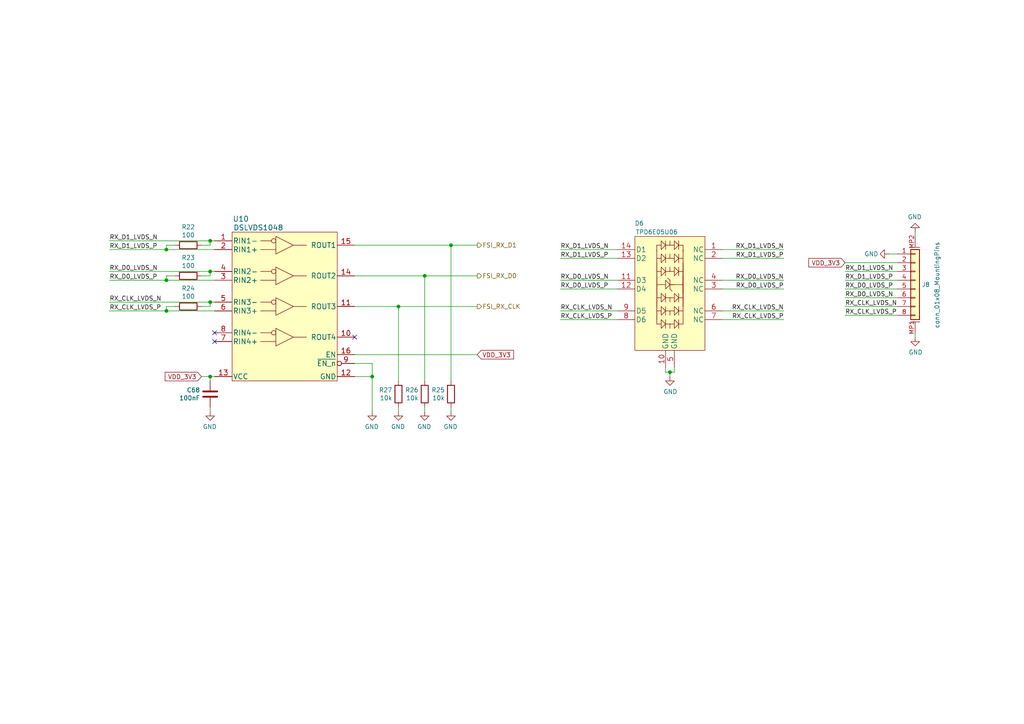
<source format=kicad_sch>
(kicad_sch (version 20211123) (generator eeschema)
  (paper "A4")
  (title_block (title "Open MOtor DRiver Initiative (OMODRI)") (date "2022-10-05") (rev "2.0") (company "LAAS/CNRS"))
  (lib_symbols
    (symbol "Device:C" (pin_numbers hide) (pin_names (offset 0.254))
      (property "Reference" "C" (at 0.635 2.54 0))
      (property "Value" "C" (at 0.635 -2.54 0))
      (symbol "C_0_1"
        (polyline (pts (xy -2.032 -0.762) (xy 2.032 -0.762)) (stroke (width 0.508)))
        (polyline (pts (xy -2.032 0.762) (xy 2.032 0.762)) (stroke (width 0.508)))
      )
      (symbol "C_1_1"
        (pin passive line (at 0 3.81 270) (length 2.794) (name "~") (number "1"))
        (pin passive line (at 0 -3.81 90) (length 2.794) (name "~") (number "2"))
      )
    )
    (symbol "Device:R" (pin_numbers hide) (pin_names (offset 0))
      (property "Reference" "R" (at 2.032 0 90))
      (property "Value" "R" (at 0 0 90))
      (symbol "R_0_1"
        (rectangle (start -1.016 -2.54) (end 1.016 2.54) (stroke (width 0.254)))
      )
      (symbol "R_1_1"
        (pin passive line (at 0 3.81 270) (length 1.27) (name "~") (number "1"))
        (pin passive line (at 0 -3.81 90) (length 1.27) (name "~") (number "2"))
      )
    )
    (symbol "omodri_lib:DSLVDS1048PWR" (pin_names (offset 0.254))
      (property "Reference" "U" (at -15.24 26.67 0))
      (property "Value" "DSLVDS1048PWR" (at -6.35 24.13 0))
      (property "Datasheet" "https://www.ti.com/lit/ds/symlink/dslvds1048.pdf" (at 0 0 0))
      (symbol "DSLVDS1048PWR_0_1"
        (rectangle (start -15.24 22.86) (end 15.24 -20.32) (fill (type background)))
        (polyline (pts (xy 2.54 21.59) (xy 2.54 16.51)))
        (polyline (pts (xy 2.54 21.59) (xy -2.54 19.05) (xy 2.54 16.51) (xy -2.54 19.05) (xy -6.35 19.05)))
      )
      (symbol "DSLVDS1048PWR_1_1"
        (polyline (pts (xy 2.54 -8.89) (xy 6.985 -8.89)))
        (polyline (pts (xy 2.54 -5.08) (xy 2.54 -10.16)))
        (polyline (pts (xy 2.54 0) (xy 6.985 0)))
        (polyline (pts (xy 2.54 3.81) (xy 2.54 -1.27)))
        (polyline (pts (xy 2.54 8.89) (xy 6.985 8.89)))
        (polyline (pts (xy 2.54 12.7) (xy 2.54 7.62)))
        (polyline (pts (xy 2.54 17.78) (xy 6.985 17.78)))
        (polyline (pts (xy 3.81 -6.35) (xy 6.985 -6.35)))
        (polyline (pts (xy 3.81 2.54) (xy 6.985 2.54)))
        (polyline (pts (xy 3.81 11.43) (xy 6.985 11.43)))
        (polyline (pts (xy 3.81 20.32) (xy 6.985 20.32)))
        (polyline (pts (xy 2.54 -5.08) (xy -2.54 -7.62) (xy 2.54 -10.16) (xy -2.54 -7.62) (xy -6.35 -7.62)))
        (polyline (pts (xy 2.54 3.81) (xy -2.54 1.27) (xy 2.54 -1.27) (xy -2.54 1.27) (xy -6.35 1.27)))
        (polyline (pts (xy 2.54 12.7) (xy -2.54 10.16) (xy 2.54 7.62) (xy -2.54 10.16) (xy -6.35 10.16)))
        (circle (center 3.175 -6.35) (radius 0.635))
        (circle (center 3.175 2.54) (radius 0.635))
        (circle (center 3.175 11.43) (radius 0.635))
        (circle (center 3.175 20.32) (radius 0.635))
        (pin input line (at 20.32 20.32 180) (length 5.08) (name "RIN1-") (number "1"))
        (pin output line (at -20.32 -7.62 0) (length 5.08) (name "ROUT4") (number "10"))
        (pin output line (at -20.32 1.27 0) (length 5.08) (name "ROUT3") (number "11"))
        (pin power_in line (at -20.32 -19.05 0) (length 5.08) (name "GND") (number "12"))
        (pin power_in line (at 20.32 -19.05 180) (length 5.08) (name "VCC") (number "13"))
        (pin output line (at -20.32 10.16 0) (length 5.08) (name "ROUT2") (number "14"))
        (pin output line (at -20.32 19.05 0) (length 5.08) (name "ROUT1") (number "15"))
        (pin input line (at -20.32 -12.7 0) (length 5.08) (name "EN") (number "16"))
        (pin input line (at 20.32 17.78 180) (length 5.08) (name "RIN1+") (number "2"))
        (pin input line (at 20.32 8.89 180) (length 5.08) (name "RIN2+") (number "3"))
        (pin input line (at 20.32 11.43 180) (length 5.08) (name "RIN2-") (number "4"))
        (pin input line (at 20.32 2.54 180) (length 5.08) (name "RIN3-") (number "5"))
        (pin input line (at 20.32 0 180) (length 5.08) (name "RIN3+") (number "6"))
        (pin input line (at 20.32 -8.89 180) (length 5.08) (name "RIN4+") (number "7"))
        (pin input line (at 20.32 -6.35 180) (length 5.08) (name "RIN4-") (number "8"))
        (pin input inverted (at -20.32 -15.24 0) (length 5.08) (name "~{EN_n}") (number "9"))
      )
    )
    (symbol "omodri_lib:TPD6E05U06" (pin_names (offset 0.254))
      (property "Reference" "D" (at -7.62 17.78 0))
      (property "Value" "TPD6E05U06" (at -2.54 15.24 0))
      (symbol "TPD6E05U06_0_1"
        (polyline (pts (xy -3.81 11.43) (xy -3.81 9.525)))
        (polyline (pts (xy 0 -1.27) (xy 0.635 -1.905)))
        (polyline (pts (xy 0 1.27) (xy -0.635 1.905)))
        (polyline (pts (xy 3.81 -10.16) (xy 3.81 -11.43)))
        (polyline (pts (xy 3.81 11.43) (xy 3.81 9.525)))
        (polyline (pts (xy -2.54 0) (xy -3.81 0) (xy -3.81 -11.43)))
        (polyline (pts (xy 1.27 0) (xy 3.81 0) (xy 0 0)))
      )
      (symbol "TPD6E05U06_1_1"
        (polyline (pts (xy -3.81 2.54) (xy -3.81 -10.16)))
        (polyline (pts (xy -3.81 6.35) (xy -3.81 -6.35)))
        (polyline (pts (xy -3.81 10.16) (xy -3.81 -2.54)))
        (polyline (pts (xy 0 -11.43) (xy 0 -12.7)))
        (polyline (pts (xy 0 -7.62) (xy 0 -8.89)))
        (polyline (pts (xy 0 -3.81) (xy 0 -5.08)))
        (polyline (pts (xy 0 3.81) (xy 0 5.08)))
        (polyline (pts (xy 0 7.62) (xy 0 8.89)))
        (polyline (pts (xy 0 11.43) (xy 0 12.7)))
        (polyline (pts (xy 3.81 2.54) (xy 3.81 -10.16)))
        (polyline (pts (xy 3.81 6.35) (xy 3.81 -6.35)))
        (polyline (pts (xy 3.81 10.16) (xy 3.81 -2.54)))
        (polyline (pts (xy 0 -11.43) (xy -1.27 -11.43) (xy -1.27 -10.16) (xy -1.27 -12.7) (xy -1.27 -11.43) (xy -2.54 -10.16) (xy -2.54 -12.7) (xy -1.27 -11.43) (xy -2.54 -12.7) (xy -2.54 -11.43) (xy -3.81 -11.43)))
        (polyline (pts (xy 0 -7.62) (xy -1.27 -7.62) (xy -1.27 -6.35) (xy -1.27 -8.89) (xy -1.27 -7.62) (xy -2.54 -6.35) (xy -2.54 -8.89) (xy -1.27 -7.62) (xy -2.54 -8.89) (xy -2.54 -7.62) (xy -3.81 -7.62)))
        (polyline (pts (xy 0 -3.81) (xy -1.27 -3.81) (xy -1.27 -2.54) (xy -1.27 -5.08) (xy -1.27 -3.81) (xy -2.54 -2.54) (xy -2.54 -5.08) (xy -1.27 -3.81) (xy -2.54 -5.08) (xy -2.54 -3.81) (xy -3.81 -3.81)))
        (polyline (pts (xy 0 3.81) (xy -1.27 3.81) (xy -1.27 5.08) (xy -1.27 2.54) (xy -1.27 3.81) (xy -2.54 5.08) (xy -2.54 2.54) (xy -1.27 3.81) (xy -2.54 2.54) (xy -2.54 3.81) (xy -3.81 3.81)))
        (polyline (pts (xy 0 7.62) (xy -1.27 7.62) (xy -1.27 8.89) (xy -1.27 6.35) (xy -1.27 7.62) (xy -2.54 8.89) (xy -2.54 6.35) (xy -1.27 7.62) (xy -2.54 6.35) (xy -2.54 7.62) (xy -3.81 7.62)))
        (polyline (pts (xy 0 11.43) (xy -1.27 11.43) (xy -1.27 12.7) (xy -1.27 10.16) (xy -1.27 11.43) (xy -2.54 12.7) (xy -2.54 10.16) (xy -1.27 11.43) (xy -2.54 10.16) (xy -2.54 11.43) (xy -3.81 11.43)))
        (polyline (pts (xy 1.27 0) (xy 0 0) (xy 0 1.27) (xy 0 -1.27) (xy 0 0) (xy -1.27 1.27) (xy -1.27 -1.27) (xy 0 0) (xy -1.27 -1.27) (xy -1.27 0) (xy -2.54 0)))
        (polyline (pts (xy 3.81 -11.43) (xy 2.54 -11.43) (xy 2.54 -10.16) (xy 2.54 -12.7) (xy 2.54 -11.43) (xy 1.27 -10.16) (xy 1.27 -12.7) (xy 2.54 -11.43) (xy 1.27 -12.7) (xy 1.27 -11.43) (xy 0 -11.43)))
        (polyline (pts (xy 3.81 -7.62) (xy 2.54 -7.62) (xy 2.54 -6.35) (xy 2.54 -8.89) (xy 2.54 -7.62) (xy 1.27 -6.35) (xy 1.27 -8.89) (xy 2.54 -7.62) (xy 1.27 -8.89) (xy 1.27 -7.62) (xy 0 -7.62)))
        (polyline (pts (xy 3.81 -3.81) (xy 2.54 -3.81) (xy 2.54 -2.54) (xy 2.54 -5.08) (xy 2.54 -3.81) (xy 1.27 -2.54) (xy 1.27 -5.08) (xy 2.54 -3.81) (xy 1.27 -5.08) (xy 1.27 -3.81) (xy 0 -3.81)))
        (polyline (pts (xy 3.81 3.81) (xy 2.54 3.81) (xy 2.54 5.08) (xy 2.54 2.54) (xy 2.54 3.81) (xy 1.27 5.08) (xy 1.27 2.54) (xy 2.54 3.81) (xy 1.27 2.54) (xy 1.27 3.81) (xy 0 3.81)))
        (polyline (pts (xy 3.81 7.62) (xy 2.54 7.62) (xy 2.54 8.89) (xy 2.54 6.35) (xy 2.54 7.62) (xy 1.27 8.89) (xy 1.27 6.35) (xy 2.54 7.62) (xy 1.27 6.35) (xy 1.27 7.62) (xy 0 7.62)))
        (polyline (pts (xy 3.81 11.43) (xy 2.54 11.43) (xy 2.54 12.7) (xy 2.54 10.16) (xy 2.54 11.43) (xy 1.27 12.7) (xy 1.27 10.16) (xy 2.54 11.43) (xy 1.27 10.16) (xy 1.27 11.43) (xy 0 11.43)))
        (rectangle (start 10.16 13.97) (end -10.16 -19.05) (fill (type background)))
        (pin bidirectional line (at 15.24 10.16 180) (length 5.08) (name "NC") (number "1"))
        (pin power_in line (at -1.27 -24.13 90) (length 5.08) (name "GND") (number "10"))
        (pin bidirectional line (at -15.24 1.27 0) (length 5.08) (name "D3") (number "11"))
        (pin bidirectional line (at -15.24 -1.27 0) (length 5.08) (name "D4") (number "12"))
        (pin bidirectional line (at -15.24 7.62 0) (length 5.08) (name "D2") (number "13"))
        (pin bidirectional line (at -15.24 10.16 0) (length 5.08) (name "D1") (number "14"))
        (pin bidirectional line (at 15.24 7.62 180) (length 5.08) (name "NC") (number "2"))
        (pin bidirectional line (at 15.24 -1.27 180) (length 5.08) (name "NC") (number "3"))
        (pin bidirectional line (at 15.24 1.27 180) (length 5.08) (name "NC") (number "4"))
        (pin power_in line (at 1.27 -24.13 90) (length 5.08) (name "GND") (number "5"))
        (pin bidirectional line (at 15.24 -7.62 180) (length 5.08) (name "NC") (number "6"))
        (pin bidirectional line (at 15.24 -10.16 180) (length 5.08) (name "NC") (number "7"))
        (pin bidirectional line (at -15.24 -10.16 0) (length 5.08) (name "D6") (number "8"))
        (pin bidirectional line (at -15.24 -7.62 0) (length 5.08) (name "D5") (number "9"))
      )
    )
    (symbol "omodri_lib:conn_01x08_MountingPins" (pin_names hide)
      (property "Reference" "J" (at 10.795 -1.905 0))
      (property "Value" "conn_01x08_MountingPins" (at 14.605 1.905 0))
      (symbol "conn_01x08_MountingPins_1_1"
        (rectangle (start -1.27 -8.763) (end 0 -9.017) (stroke (width 0.1524)))
        (rectangle (start -1.27 -6.223) (end 0 -6.477) (stroke (width 0.1524)))
        (rectangle (start -1.27 -3.683) (end 0 -3.937) (stroke (width 0.1524)))
        (rectangle (start -1.27 -1.143) (end 0 -1.397) (stroke (width 0.1524)))
        (rectangle (start -1.27 1.397) (end 0 1.143) (stroke (width 0.1524)))
        (rectangle (start -1.27 3.937) (end 0 3.683) (stroke (width 0.1524)))
        (rectangle (start -1.27 6.477) (end 0 6.223) (stroke (width 0.1524)))
        (rectangle (start -1.27 9.017) (end 0 8.763) (stroke (width 0.1524)))
        (rectangle (start -1.27 10.16) (end 1.27 -10.16) (stroke (width 0.254)) (fill (type background)))
        (polyline (pts (xy -1.27 -10.795) (xy 1.397 -10.795)) (stroke (width 0.1524)))
        (polyline (pts (xy -1.27 10.795) (xy 1.397 10.795)) (stroke (width 0.1524)))
        (pin passive line (at -5.08 8.89 0) (length 3.81) (name "Pin_1") (number "1"))
        (pin passive line (at -5.08 6.35 0) (length 3.81) (name "Pin_2") (number "2"))
        (pin passive line (at -5.08 3.81 0) (length 3.81) (name "Pin_3") (number "3"))
        (pin passive line (at -5.08 1.27 0) (length 3.81) (name "Pin_4") (number "4"))
        (pin passive line (at -5.08 -1.27 0) (length 3.81) (name "Pin_5") (number "5"))
        (pin passive line (at -5.08 -3.81 0) (length 3.81) (name "Pin_6") (number "6"))
        (pin passive line (at -5.08 -6.35 0) (length 3.81) (name "Pin_7") (number "7"))
        (pin passive line (at -5.08 -8.89 0) (length 3.81) (name "Pin_8") (number "8"))
        (pin passive line (at 0 -13.97 90) (length 3.048) (name "MountPin1") (number "MP1"))
        (pin passive line (at 0 13.97 270) (length 3.048) (name "MountPin2") (number "MP2"))
      )
    )
    (symbol "power:GND" (power) (pin_names (offset 0))
      (property "Value" "GND" (at 0 -3.81 0))
      (symbol "GND_0_1"
        (polyline (pts (xy 0 0) (xy 0 -1.27) (xy 1.27 -1.27) (xy 0 -2.54) (xy -1.27 -1.27) (xy 0 -1.27)))
      )
      (symbol "GND_1_1"
        (pin power_in line (at 0 0 270) (length 0) hide (name "GND") (number "1"))
      )
    )
  )
  (junction (at 60.96 87.63))
  (junction (at 194.31 107.95))
  (junction (at 115.57 88.9))
  (junction (at 48.26 81.28))
  (junction (at 123.19 80.01))
  (junction (at 60.96 78.74))
  (junction (at 60.96 69.85))
  (junction (at 130.81 71.12))
  (junction (at 48.26 90.17))
  (junction (at 107.95 109.22))
  (junction (at 60.96 109.22))
  (junction (at 48.26 72.39))
  (no_connect (at 102.87 97.79))
  (no_connect (at 62.23 96.52))
  (no_connect (at 62.23 99.06))
  (wire (pts (xy 209.55 74.93) (xy 227.33 74.93)))
  (wire (pts (xy 162.56 74.93) (xy 179.07 74.93)))
  (wire (pts (xy 48.26 81.28) (xy 31.75 81.28)))
  (wire (pts (xy 138.43 80.01) (xy 123.19 80.01)))
  (wire (pts (xy 60.96 88.9) (xy 60.96 87.63)))
  (wire (pts (xy 195.58 107.95) (xy 195.58 106.68)))
  (wire (pts (xy 245.11 81.28) (xy 260.35 81.28)))
  (wire (pts (xy 123.19 110.49) (xy 123.19 80.01)))
  (wire (pts (xy 245.11 78.74) (xy 260.35 78.74)))
  (wire (pts (xy 62.23 72.39) (xy 48.26 72.39)))
  (wire (pts (xy 130.81 71.12) (xy 102.87 71.12)))
  (wire (pts (xy 60.96 109.22) (xy 58.42 109.22)))
  (wire (pts (xy 62.23 90.17) (xy 48.26 90.17)))
  (wire (pts (xy 50.8 71.12) (xy 48.26 71.12)))
  (wire (pts (xy 194.31 109.22) (xy 194.31 107.95)))
  (wire (pts (xy 209.55 72.39) (xy 227.33 72.39)))
  (wire (pts (xy 194.31 107.95) (xy 195.58 107.95)))
  (wire (pts (xy 60.96 109.22) (xy 62.23 109.22)))
  (wire (pts (xy 48.26 72.39) (xy 31.75 72.39)))
  (wire (pts (xy 115.57 88.9) (xy 115.57 110.49)))
  (wire (pts (xy 60.96 87.63) (xy 31.75 87.63)))
  (wire (pts (xy 260.35 73.66) (xy 257.81 73.66)))
  (wire (pts (xy 123.19 118.11) (xy 123.19 119.38)))
  (wire (pts (xy 62.23 69.85) (xy 60.96 69.85)))
  (wire (pts (xy 209.55 83.82) (xy 227.33 83.82)))
  (wire (pts (xy 62.23 81.28) (xy 48.26 81.28)))
  (wire (pts (xy 138.43 102.87) (xy 102.87 102.87)))
  (wire (pts (xy 115.57 118.11) (xy 115.57 119.38)))
  (wire (pts (xy 245.11 83.82) (xy 260.35 83.82)))
  (wire (pts (xy 162.56 72.39) (xy 179.07 72.39)))
  (wire (pts (xy 107.95 109.22) (xy 102.87 109.22)))
  (wire (pts (xy 50.8 88.9) (xy 48.26 88.9)))
  (wire (pts (xy 107.95 105.41) (xy 102.87 105.41)))
  (wire (pts (xy 107.95 105.41) (xy 107.95 109.22)))
  (wire (pts (xy 48.26 80.01) (xy 48.26 81.28)))
  (wire (pts (xy 138.43 71.12) (xy 130.81 71.12)))
  (wire (pts (xy 162.56 90.17) (xy 179.07 90.17)))
  (wire (pts (xy 130.81 119.38) (xy 130.81 118.11)))
  (wire (pts (xy 245.11 91.44) (xy 260.35 91.44)))
  (wire (pts (xy 162.56 81.28) (xy 179.07 81.28)))
  (wire (pts (xy 48.26 71.12) (xy 48.26 72.39)))
  (wire (pts (xy 162.56 83.82) (xy 179.07 83.82)))
  (wire (pts (xy 58.42 88.9) (xy 60.96 88.9)))
  (wire (pts (xy 130.81 71.12) (xy 130.81 110.49)))
  (wire (pts (xy 209.55 81.28) (xy 227.33 81.28)))
  (wire (pts (xy 60.96 69.85) (xy 31.75 69.85)))
  (wire (pts (xy 102.87 88.9) (xy 115.57 88.9)))
  (wire (pts (xy 209.55 92.71) (xy 227.33 92.71)))
  (wire (pts (xy 209.55 90.17) (xy 227.33 90.17)))
  (wire (pts (xy 48.26 88.9) (xy 48.26 90.17)))
  (wire (pts (xy 60.96 71.12) (xy 60.96 69.85)))
  (wire (pts (xy 265.43 67.31) (xy 265.43 68.58)))
  (wire (pts (xy 60.96 119.38) (xy 60.96 118.11)))
  (wire (pts (xy 62.23 87.63) (xy 60.96 87.63)))
  (wire (pts (xy 115.57 88.9) (xy 138.43 88.9)))
  (wire (pts (xy 245.11 76.2) (xy 260.35 76.2)))
  (wire (pts (xy 58.42 71.12) (xy 60.96 71.12)))
  (wire (pts (xy 245.11 86.36) (xy 260.35 86.36)))
  (wire (pts (xy 245.11 88.9) (xy 260.35 88.9)))
  (wire (pts (xy 60.96 109.22) (xy 60.96 110.49)))
  (wire (pts (xy 194.31 107.95) (xy 193.04 107.95)))
  (wire (pts (xy 48.26 90.17) (xy 31.75 90.17)))
  (wire (pts (xy 50.8 80.01) (xy 48.26 80.01)))
  (wire (pts (xy 162.56 92.71) (xy 179.07 92.71)))
  (wire (pts (xy 60.96 78.74) (xy 31.75 78.74)))
  (wire (pts (xy 62.23 78.74) (xy 60.96 78.74)))
  (wire (pts (xy 107.95 109.22) (xy 107.95 119.38)))
  (wire (pts (xy 60.96 80.01) (xy 60.96 78.74)))
  (wire (pts (xy 58.42 80.01) (xy 60.96 80.01)))
  (wire (pts (xy 265.43 97.79) (xy 265.43 96.52)))
  (wire (pts (xy 193.04 107.95) (xy 193.04 106.68)))
  (wire (pts (xy 123.19 80.01) (xy 102.87 80.01)))
  (label "RX_CLK_LVDS_P" (at 162.56 92.71 0))
  (label "RX_CLK_LVDS_N" (at 31.75 87.63 0))
  (label "RX_D1_LVDS_P" (at 245.11 81.28 0))
  (label "RX_D1_LVDS_N" (at 245.11 78.74 0))
  (label "RX_D1_LVDS_N" (at 162.56 72.39 0))
  (label "RX_D0_LVDS_N" (at 227.33 81.28 180))
  (label "RX_D0_LVDS_P" (at 162.56 83.82 0))
  (label "RX_D0_LVDS_N" (at 162.56 81.28 0))
  (label "RX_D0_LVDS_P" (at 227.33 83.82 180))
  (label "RX_D0_LVDS_P" (at 245.11 83.82 0))
  (label "RX_CLK_LVDS_N" (at 162.56 90.17 0))
  (label "RX_D1_LVDS_N" (at 31.75 69.85 0))
  (label "RX_D0_LVDS_P" (at 31.75 81.28 0))
  (label "RX_D1_LVDS_P" (at 31.75 72.39 0))
  (label "RX_CLK_LVDS_P" (at 31.75 90.17 0))
  (label "RX_D0_LVDS_N" (at 31.75 78.74 0))
  (label "RX_CLK_LVDS_P" (at 227.33 92.71 180))
  (label "RX_CLK_LVDS_N" (at 245.11 88.9 0))
  (label "RX_D1_LVDS_P" (at 227.33 74.93 180))
  (label "RX_D1_LVDS_N" (at 227.33 72.39 180))
  (label "RX_CLK_LVDS_P" (at 245.11 91.44 0))
  (label "RX_D0_LVDS_N" (at 245.11 86.36 0))
  (label "RX_D1_LVDS_P" (at 162.56 74.93 0))
  (label "RX_CLK_LVDS_N" (at 227.33 90.17 180))
  (global_label "VDD_3V3" (shape input) (at 138.43 102.87 0) (property "Références Inter-Feuilles" "${INTERSHEET_REFS}" (effects hide)))
  (global_label "VDD_3V3" (shape input) (at 58.42 109.22 180) (property "Références Inter-Feuilles" "${INTERSHEET_REFS}" (effects hide)))
  (global_label "VDD_3V3" (shape input) (at 245.11 76.2 180) (property "Références Inter-Feuilles" "${INTERSHEET_REFS}" (effects hide)))
  (hierarchical_label "FSI_RX_CLK" (shape output) (at 138.43 88.9 0))
  (hierarchical_label "FSI_RX_D1" (shape output) (at 138.43 71.12 0))
  (hierarchical_label "FSI_RX_D0" (shape output) (at 138.43 80.01 0))
  (symbol (lib_id "omodri_lib:DSLVDS1048PWR") (at 82.55 90.17 0) (mirror y) (unit 1)
    (property "Reference" "U10" (at 69.85 63.5 0) (effects (font (size 1.524 1.524))))
    (property "Value" "DSLVDS1048" (at 74.93 66.04 0) (effects (font (size 1.524 1.524))))
    (property "Footprint" "Package_SO:TSSOP-16_4.4x5mm_P0.65mm" (effects hide))
    (property "Datasheet" "https://www.ti.com/lit/ds/symlink/dslvds1048.pdf" (effects hide))
    (property "Part No" "DSLVDS1048PWR" (effects hide))
    (property "DigiKey" "296-51106-1-ND" (effects hide))
    (property "Mouser" "595-DSLVDS1048PWR" (effects hide))
  )
  (symbol (lib_id "Device:R") (at 54.61 71.12 90) (mirror x) (unit 1)
    (property "Reference" "R22" (at 54.61 65.8622 90))
    (property "Value" "100" (at 54.61 68.1736 90))
    (property "Footprint" "Resistor_SMD:R_0201_0603Metric" (effects hide))
    (property "DigiKey" "P122654CT-ND" (effects hide))
    (property "Farnell" "2302309" (effects hide))
    (property "Mouser" "667-ERJ-1GNF1000C" (effects hide))
    (property "Part No" "ERJ-1GNF1000C" (effects hide))
    (property "RS" "179-7123" (effects hide))
  )
  (symbol (lib_id "Device:R") (at 54.61 80.01 90) (mirror x) (unit 1)
    (property "Reference" "R23" (at 54.61 74.7522 90))
    (property "Value" "100" (at 54.61 77.0636 90))
    (property "Footprint" "Resistor_SMD:R_0201_0603Metric" (effects hide))
    (property "DigiKey" "P122654CT-ND" (effects hide))
    (property "Farnell" "2302309" (effects hide))
    (property "Mouser" "667-ERJ-1GNF1000C" (effects hide))
    (property "Part No" "ERJ-1GNF1000C" (effects hide))
    (property "RS" "179-7123" (effects hide))
  )
  (symbol (lib_id "Device:R") (at 54.61 88.9 90) (mirror x) (unit 1)
    (property "Reference" "R24" (at 54.61 83.6422 90))
    (property "Value" "100" (at 54.61 85.9536 90))
    (property "Footprint" "Resistor_SMD:R_0201_0603Metric" (effects hide))
    (property "DigiKey" "P122654CT-ND" (effects hide))
    (property "Farnell" "2302309" (effects hide))
    (property "Mouser" "667-ERJ-1GNF1000C" (effects hide))
    (property "Part No" "ERJ-1GNF1000C" (effects hide))
    (property "RS" "179-7123" (effects hide))
  )
  (symbol (lib_id "power:GND") (at 60.96 119.38 0) (mirror y) (unit 1)
    (property "Reference" "#PWR075" (effects hide))
    (property "Value" "GND" (at 60.833 123.7742 0))
  )
  (symbol (lib_id "Device:C") (at 60.96 114.3 0) (mirror y) (unit 1)
    (property "Reference" "C68" (at 58.039 113.1316 0) (effects (justify left)))
    (property "Value" "100nF" (at 58.039 115.443 0) (effects (justify left)))
    (property "Footprint" "Capacitor_SMD:C_0201_0603Metric" (effects hide))
    (property "Part No" "GRM033R61E104KE14J" (effects hide))
    (property "Rated Voltage" "25V" (effects hide))
    (property "Farnell" "3790414" (effects hide))
    (property "RS" "185-2066" (effects hide))
    (property "Mouser" "81-GRM033R61E104KE4J" (effects hide))
    (property "DigiKey" "490-14571-1-ND" (effects hide))
  )
  (symbol (lib_id "power:GND") (at 107.95 119.38 0) (mirror y) (unit 1)
    (property "Reference" "#PWR074" (effects hide))
    (property "Value" "GND" (at 107.823 123.7742 0))
  )
  (symbol (lib_id "Device:R") (at 130.81 114.3 0) (mirror x) (unit 1)
    (property "Reference" "R25" (at 129.032 113.1316 0) (effects (justify right)))
    (property "Value" "10k" (at 129.032 115.443 0) (effects (justify right)))
    (property "Footprint" "Resistor_SMD:R_0201_0603Metric" (effects hide))
    (property "DigiKey" "P122414CT-ND" (effects hide))
    (property "Farnell" "2302362" (effects hide))
    (property "Mouser" "667-ERJ-1GNF1002C" (effects hide))
    (property "Part No" "ERJ-1GNF1002C" (effects hide))
    (property "RS" "176-3597" (effects hide))
  )
  (symbol (lib_id "Device:R") (at 123.19 114.3 0) (mirror x) (unit 1)
    (property "Reference" "R26" (at 121.412 113.1316 0) (effects (justify right)))
    (property "Value" "10k" (at 121.412 115.443 0) (effects (justify right)))
    (property "Footprint" "Resistor_SMD:R_0201_0603Metric" (effects hide))
    (property "DigiKey" "P122414CT-ND" (effects hide))
    (property "Farnell" "2302362" (effects hide))
    (property "Mouser" "667-ERJ-1GNF1002C" (effects hide))
    (property "Part No" "ERJ-1GNF1002C" (effects hide))
    (property "RS" "176-3597" (effects hide))
  )
  (symbol (lib_id "Device:R") (at 115.57 114.3 0) (mirror x) (unit 1)
    (property "Reference" "R27" (at 113.792 113.1316 0) (effects (justify right)))
    (property "Value" "10k" (at 113.792 115.443 0) (effects (justify right)))
    (property "Footprint" "Resistor_SMD:R_0201_0603Metric" (effects hide))
    (property "DigiKey" "P122414CT-ND" (effects hide))
    (property "Farnell" "2302362" (effects hide))
    (property "Mouser" "667-ERJ-1GNF1002C" (effects hide))
    (property "Part No" "ERJ-1GNF1002C" (effects hide))
    (property "RS" "176-3597" (effects hide))
  )
  (symbol (lib_id "power:GND") (at 130.81 119.38 0) (mirror y) (unit 1)
    (property "Reference" "#PWR071" (effects hide))
    (property "Value" "GND" (at 130.683 123.7742 0))
  )
  (symbol (lib_id "power:GND") (at 123.19 119.38 0) (mirror y) (unit 1)
    (property "Reference" "#PWR072" (effects hide))
    (property "Value" "GND" (at 123.063 123.7742 0))
  )
  (symbol (lib_id "power:GND") (at 115.57 119.38 0) (mirror y) (unit 1)
    (property "Reference" "#PWR073" (effects hide))
    (property "Value" "GND" (at 115.443 123.7742 0))
  )
  (symbol (lib_id "omodri_lib:TPD6E05U06") (at 194.31 82.55 0) (unit 1)
    (property "Reference" "D6" (at 185.42 64.77 0))
    (property "Value" "TPD6E05U06" (at 190.5 67.31 0))
    (property "Footprint" "udriver3:USON_14" (effects hide))
    (property "Datasheet" "https://www.ti.com/lit/ds/symlink/tpd6e05u06.pdf" (effects hide))
    (property "DigiKey" "296-39349-1-ND" (effects hide))
    (property "Mouser" "595-TPD6E05U06RVZR" (effects hide))
    (property "Part No" "TPD6E05U06RVZR" (effects hide))
  )
  (symbol (lib_id "power:GND") (at 194.31 109.22 0) (unit 1)
    (property "Reference" "#PWR070" (effects hide))
    (property "Value" "GND" (at 194.437 113.6142 0))
  )
  (symbol (lib_id "power:GND") (at 265.43 97.79 0) (unit 1)
    (property "Reference" "#PWR046" (effects hide))
    (property "Value" "GND" (at 265.557 102.1842 0))
  )
  (symbol (lib_id "power:GND") (at 257.81 73.66 270) (unit 1)
    (property "Reference" "#PWR043" (effects hide))
    (property "Value" "GND" (at 252.73 73.66 90))
  )
  (symbol (lib_id "omodri_lib:conn_01x08_MountingPins") (at 265.43 82.55 0) (unit 1)
    (property "Reference" "J8" (at 267.335 82.55 0) (effects (justify left)))
    (property "Value" "conn_01x08_MountingPins" (at 271.78 95.25 90) (effects (justify left)))
    (property "Footprint" "udriver3:Molex_FBH1_1x08-2MP_P0.50mm_Horizontal" (effects hide))
    (property "Datasheet" "https://www.molex.com/pdm_docs/sd/5034800800_sd.pdf" (effects hide))
    (property "DigiKey" "WM1388TR-ND" (effects hide))
    (property "Farnell" "2396218" (effects hide))
    (property "Mouser" "538-503480-0800" (effects hide))
    (property "Part No" "5034800800" (effects hide))
    (property "RS" "896-7614" (effects hide))
  )
  (symbol (lib_id "power:GND") (at 265.43 67.31 180) (unit 1)
    (property "Reference" "#PWR039" (effects hide))
    (property "Value" "GND" (at 265.303 62.9158 0))
  )
)
</source>
